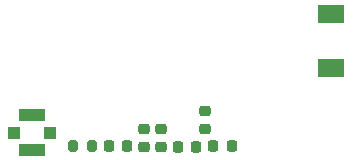
<source format=gbr>
%TF.GenerationSoftware,KiCad,Pcbnew,6.0.0+dfsg1-2*%
%TF.CreationDate,2022-03-05T21:21:33-05:00*%
%TF.ProjectId,RUSP_Antenna,52555350-5f41-46e7-9465-6e6e612e6b69,rev?*%
%TF.SameCoordinates,Original*%
%TF.FileFunction,Paste,Top*%
%TF.FilePolarity,Positive*%
%FSLAX46Y46*%
G04 Gerber Fmt 4.6, Leading zero omitted, Abs format (unit mm)*
G04 Created by KiCad (PCBNEW 6.0.0+dfsg1-2) date 2022-03-05 21:21:33*
%MOMM*%
%LPD*%
G01*
G04 APERTURE LIST*
G04 Aperture macros list*
%AMRoundRect*
0 Rectangle with rounded corners*
0 $1 Rounding radius*
0 $2 $3 $4 $5 $6 $7 $8 $9 X,Y pos of 4 corners*
0 Add a 4 corners polygon primitive as box body*
4,1,4,$2,$3,$4,$5,$6,$7,$8,$9,$2,$3,0*
0 Add four circle primitives for the rounded corners*
1,1,$1+$1,$2,$3*
1,1,$1+$1,$4,$5*
1,1,$1+$1,$6,$7*
1,1,$1+$1,$8,$9*
0 Add four rect primitives between the rounded corners*
20,1,$1+$1,$2,$3,$4,$5,0*
20,1,$1+$1,$4,$5,$6,$7,0*
20,1,$1+$1,$6,$7,$8,$9,0*
20,1,$1+$1,$8,$9,$2,$3,0*%
G04 Aperture macros list end*
%ADD10R,1.000000X1.000000*%
%ADD11R,2.200000X1.050000*%
%ADD12RoundRect,0.225000X-0.225000X-0.250000X0.225000X-0.250000X0.225000X0.250000X-0.225000X0.250000X0*%
%ADD13RoundRect,0.225000X-0.250000X0.225000X-0.250000X-0.225000X0.250000X-0.225000X0.250000X0.225000X0*%
%ADD14RoundRect,0.218750X0.256250X-0.218750X0.256250X0.218750X-0.256250X0.218750X-0.256250X-0.218750X0*%
%ADD15R,2.300000X1.650000*%
%ADD16RoundRect,0.200000X0.200000X0.275000X-0.200000X0.275000X-0.200000X-0.275000X0.200000X-0.275000X0*%
%ADD17RoundRect,0.218750X0.218750X0.256250X-0.218750X0.256250X-0.218750X-0.256250X0.218750X-0.256250X0*%
G04 APERTURE END LIST*
D10*
%TO.C,J1*%
X140050000Y-102550000D03*
D11*
X138550000Y-101075000D03*
X138550000Y-104025000D03*
D10*
X137050000Y-102550000D03*
%TD*%
D12*
%TO.C,C1*%
X150925000Y-103750000D03*
X152475000Y-103750000D03*
%TD*%
D13*
%TO.C,C2*%
X149490000Y-102245000D03*
X149490000Y-103795000D03*
%TD*%
D14*
%TO.C,L1*%
X153160000Y-102277500D03*
X153160000Y-100702500D03*
%TD*%
D15*
%TO.C,AE1*%
X163850000Y-92475000D03*
X163850000Y-97125000D03*
%TD*%
D16*
%TO.C,R1*%
X143635000Y-103700000D03*
X141985000Y-103700000D03*
%TD*%
D17*
%TO.C,L2*%
X155487500Y-103690000D03*
X153912500Y-103690000D03*
%TD*%
D14*
%TO.C,L3*%
X148010000Y-103797500D03*
X148010000Y-102222500D03*
%TD*%
D12*
%TO.C,C3*%
X145025000Y-103700000D03*
X146575000Y-103700000D03*
%TD*%
M02*

</source>
